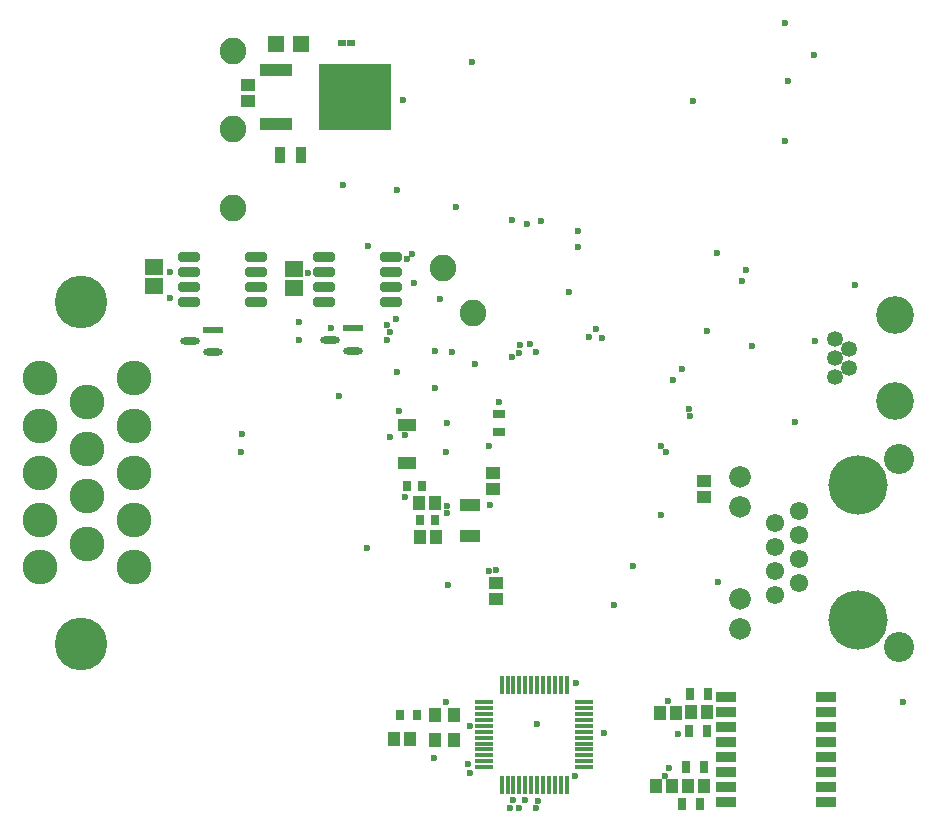
<source format=gbs>
G04*
G04 #@! TF.GenerationSoftware,Altium Limited,Altium Designer,23.5.1 (21)*
G04*
G04 Layer_Color=16711935*
%FSLAX25Y25*%
%MOIN*%
G70*
G04*
G04 #@! TF.SameCoordinates,80D67788-F2EE-4A8B-BDA7-D5AA6EA99E9C*
G04*
G04*
G04 #@! TF.FilePolarity,Negative*
G04*
G01*
G75*
%ADD19R,0.03937X0.02953*%
%ADD20R,0.02985X0.03197*%
%ADD57R,0.04134X0.04528*%
%ADD58R,0.04528X0.04134*%
%ADD68R,0.02756X0.02362*%
%ADD69R,0.05315X0.05315*%
%ADD70R,0.04724X0.04134*%
%ADD79C,0.11614*%
%ADD80C,0.17520*%
%ADD81C,0.08858*%
%ADD82C,0.06102*%
%ADD83C,0.07205*%
%ADD84C,0.10039*%
%ADD85C,0.19784*%
%ADD86C,0.12547*%
%ADD87C,0.05315*%
%ADD88C,0.02362*%
%ADD119R,0.02953X0.03937*%
%ADD123R,0.06528X0.04156*%
%ADD124R,0.05906X0.03937*%
G04:AMPARAMS|DCode=126|XSize=65.17mil|YSize=23.72mil|CornerRadius=11.86mil|HoleSize=0mil|Usage=FLASHONLY|Rotation=180.000|XOffset=0mil|YOffset=0mil|HoleType=Round|Shape=RoundedRectangle|*
%AMROUNDEDRECTD126*
21,1,0.06517,0.00000,0,0,180.0*
21,1,0.04145,0.02372,0,0,180.0*
1,1,0.02372,-0.02072,0.00000*
1,1,0.02372,0.02072,0.00000*
1,1,0.02372,0.02072,0.00000*
1,1,0.02372,-0.02072,0.00000*
%
%ADD126ROUNDEDRECTD126*%
%ADD127R,0.06517X0.02372*%
G04:AMPARAMS|DCode=129|XSize=242.13mil|YSize=218.5mil|CornerRadius=2.19mil|HoleSize=0mil|Usage=FLASHONLY|Rotation=0.000|XOffset=0mil|YOffset=0mil|HoleType=Round|Shape=RoundedRectangle|*
%AMROUNDEDRECTD129*
21,1,0.24213,0.21413,0,0,0.0*
21,1,0.23776,0.21850,0,0,0.0*
1,1,0.00437,0.11888,-0.10707*
1,1,0.00437,-0.11888,-0.10707*
1,1,0.00437,-0.11888,0.10707*
1,1,0.00437,0.11888,0.10707*
%
%ADD129ROUNDEDRECTD129*%
G04:AMPARAMS|DCode=130|XSize=108.27mil|YSize=39.37mil|CornerRadius=1.97mil|HoleSize=0mil|Usage=FLASHONLY|Rotation=0.000|XOffset=0mil|YOffset=0mil|HoleType=Round|Shape=RoundedRectangle|*
%AMROUNDEDRECTD130*
21,1,0.10827,0.03543,0,0,0.0*
21,1,0.10433,0.03937,0,0,0.0*
1,1,0.00394,0.05217,-0.01772*
1,1,0.00394,-0.05217,-0.01772*
1,1,0.00394,-0.05217,0.01772*
1,1,0.00394,0.05217,0.01772*
%
%ADD130ROUNDEDRECTD130*%
%ADD131R,0.03740X0.05512*%
%ADD132R,0.03150X0.03543*%
%ADD133R,0.04331X0.05118*%
%ADD135R,0.07087X0.03583*%
%ADD136R,0.01772X0.06398*%
%ADD137R,0.06398X0.01772*%
G04:AMPARAMS|DCode=138|XSize=31.5mil|YSize=70.87mil|CornerRadius=4.87mil|HoleSize=0mil|Usage=FLASHONLY|Rotation=270.000|XOffset=0mil|YOffset=0mil|HoleType=Round|Shape=RoundedRectangle|*
%AMROUNDEDRECTD138*
21,1,0.03150,0.06112,0,0,270.0*
21,1,0.02175,0.07087,0,0,270.0*
1,1,0.00974,-0.03056,-0.01088*
1,1,0.00974,-0.03056,0.01088*
1,1,0.00974,0.03056,0.01088*
1,1,0.00974,0.03056,-0.01088*
%
%ADD138ROUNDEDRECTD138*%
%ADD139R,0.06299X0.05709*%
D19*
X264600Y360647D02*
D03*
Y366553D02*
D03*
D20*
X234032Y342600D02*
D03*
X238968D02*
D03*
X238332Y331300D02*
D03*
X243268D02*
D03*
D57*
X237900Y337000D02*
D03*
X243215D02*
D03*
X328643Y267300D02*
D03*
X333958D02*
D03*
X327542Y242600D02*
D03*
X332857D02*
D03*
X238142Y325800D02*
D03*
X243458D02*
D03*
X229743Y258500D02*
D03*
X235057D02*
D03*
X323458Y267100D02*
D03*
X318143D02*
D03*
X322358Y242700D02*
D03*
X317042D02*
D03*
D58*
X262600Y347158D02*
D03*
Y341843D02*
D03*
X180900Y476358D02*
D03*
Y471042D02*
D03*
X263500Y310457D02*
D03*
Y305142D02*
D03*
D68*
X215276Y490300D02*
D03*
X212324D02*
D03*
D69*
X190366Y490200D02*
D03*
X198634D02*
D03*
D70*
X332800Y344357D02*
D03*
Y339042D02*
D03*
D79*
X142996Y378592D02*
D03*
Y362844D02*
D03*
Y347096D02*
D03*
Y331348D02*
D03*
Y315600D02*
D03*
X127248Y370718D02*
D03*
Y354970D02*
D03*
Y339222D02*
D03*
Y323474D02*
D03*
X111500Y378592D02*
D03*
Y362844D02*
D03*
Y347096D02*
D03*
Y331348D02*
D03*
Y315600D02*
D03*
D80*
X125279Y404183D02*
D03*
Y290009D02*
D03*
D81*
X256000Y400500D02*
D03*
X246000Y415500D02*
D03*
X175800Y461700D02*
D03*
Y435500D02*
D03*
X175900Y487600D02*
D03*
D82*
X356508Y322384D02*
D03*
X364500Y318369D02*
D03*
Y310337D02*
D03*
X356508Y306321D02*
D03*
Y314353D02*
D03*
X364500Y326400D02*
D03*
X356508Y330416D02*
D03*
X364500Y334432D02*
D03*
D83*
X344815Y345853D02*
D03*
Y304900D02*
D03*
Y294900D02*
D03*
Y335853D02*
D03*
D84*
X397807Y351636D02*
D03*
Y289117D02*
D03*
D85*
X384185Y297876D02*
D03*
Y342876D02*
D03*
D86*
X396458Y370880D02*
D03*
Y399621D02*
D03*
D87*
X376576Y391550D02*
D03*
X381300Y388400D02*
D03*
X376576Y385250D02*
D03*
X381300Y382101D02*
D03*
X376576Y378951D02*
D03*
D88*
X359900Y496900D02*
D03*
X369600Y486300D02*
D03*
X321400Y248800D02*
D03*
X243000Y252200D02*
D03*
X246900Y354100D02*
D03*
X324100Y260000D02*
D03*
X261200Y355900D02*
D03*
X256623Y383233D02*
D03*
X318514Y355900D02*
D03*
X263560Y314815D02*
D03*
X261300Y314400D02*
D03*
X154800Y414100D02*
D03*
X233800Y418400D02*
D03*
X201000Y413800D02*
D03*
X228400Y358900D02*
D03*
X233300Y359545D02*
D03*
X233400Y338900D02*
D03*
X247300Y363700D02*
D03*
X268200Y235486D02*
D03*
X276800D02*
D03*
X271400D02*
D03*
X369800Y391200D02*
D03*
X255628Y484100D02*
D03*
X232693Y471250D02*
D03*
X235600Y420200D02*
D03*
X321000Y271000D02*
D03*
X320050Y246127D02*
D03*
X289900Y246100D02*
D03*
X254136Y249910D02*
D03*
X254800Y247200D02*
D03*
X299700Y260500D02*
D03*
X246951Y270627D02*
D03*
X208500Y395500D02*
D03*
X179090Y359914D02*
D03*
X328400Y366100D02*
D03*
X327770Y368430D02*
D03*
X337600Y310800D02*
D03*
X261561Y336500D02*
D03*
X247454Y309700D02*
D03*
X264550Y370650D02*
D03*
X269300Y238000D02*
D03*
X273361Y238039D02*
D03*
X277500Y237800D02*
D03*
X254973Y262679D02*
D03*
X303000Y302900D02*
D03*
X290400Y277100D02*
D03*
X247414Y333800D02*
D03*
X247400Y336100D02*
D03*
X309300Y315900D02*
D03*
X290800Y422400D02*
D03*
X290900Y427700D02*
D03*
X243123Y375533D02*
D03*
X230723Y380833D02*
D03*
X277200Y263500D02*
D03*
X363400Y364200D02*
D03*
X320200Y354000D02*
D03*
X322600Y378200D02*
D03*
X318700Y333100D02*
D03*
X227100Y396500D02*
D03*
X228200Y393900D02*
D03*
X220700Y321900D02*
D03*
X231324Y367776D02*
D03*
X271400Y387100D02*
D03*
X245000Y405200D02*
D03*
X348800Y389500D02*
D03*
X346800Y414800D02*
D03*
X345500Y410900D02*
D03*
X325700Y381800D02*
D03*
X360000Y457800D02*
D03*
X383300Y409800D02*
D03*
X211400Y372700D02*
D03*
X178700Y354000D02*
D03*
X243200Y387700D02*
D03*
X227100Y391400D02*
D03*
X230300Y398500D02*
D03*
X248800Y387300D02*
D03*
X269000Y385700D02*
D03*
X271700Y389800D02*
D03*
X236100Y410500D02*
D03*
X278508Y431108D02*
D03*
X250417Y435650D02*
D03*
X221000Y422814D02*
D03*
X337427Y420500D02*
D03*
X360862Y477638D02*
D03*
X334000Y394500D02*
D03*
X329142Y470984D02*
D03*
X399100Y270700D02*
D03*
X198000Y391500D02*
D03*
X212500Y443000D02*
D03*
X230500Y441500D02*
D03*
X198000Y397500D02*
D03*
X155000Y405500D02*
D03*
X277000Y387500D02*
D03*
X275000Y390000D02*
D03*
X294528Y392500D02*
D03*
X297000Y395000D02*
D03*
X299000Y392000D02*
D03*
X288000Y407500D02*
D03*
X274000Y430000D02*
D03*
X269000Y431500D02*
D03*
D119*
X332953Y248900D02*
D03*
X327047D02*
D03*
X325547Y236800D02*
D03*
X331453D02*
D03*
X327947Y260900D02*
D03*
X333853D02*
D03*
X328347Y273300D02*
D03*
X334253D02*
D03*
D123*
X255000Y326177D02*
D03*
Y336423D02*
D03*
D124*
X233900Y350301D02*
D03*
Y362899D02*
D03*
D126*
X208159Y391500D02*
D03*
X215841Y387760D02*
D03*
X161660Y391000D02*
D03*
X169341Y387260D02*
D03*
D127*
X215841Y395240D02*
D03*
X169341Y394740D02*
D03*
D129*
X216500Y472500D02*
D03*
D130*
X190122Y481516D02*
D03*
Y463484D02*
D03*
D131*
X198742Y453200D02*
D03*
X191458D02*
D03*
D132*
X231447Y266300D02*
D03*
X237353D02*
D03*
D133*
X249648Y258166D02*
D03*
Y266434D02*
D03*
X243152D02*
D03*
Y258166D02*
D03*
D135*
X340248Y237300D02*
D03*
X373752D02*
D03*
X340248Y242300D02*
D03*
Y247300D02*
D03*
Y252300D02*
D03*
Y257300D02*
D03*
Y262300D02*
D03*
Y267300D02*
D03*
Y272300D02*
D03*
X373752Y242300D02*
D03*
Y247300D02*
D03*
Y252300D02*
D03*
Y257300D02*
D03*
Y262300D02*
D03*
Y267300D02*
D03*
Y272300D02*
D03*
D136*
X287127Y276485D02*
D03*
X285158D02*
D03*
X283190D02*
D03*
X281221D02*
D03*
X279253D02*
D03*
X277284D02*
D03*
X275316D02*
D03*
X273347D02*
D03*
X271379D02*
D03*
X269410D02*
D03*
X267442D02*
D03*
X265473D02*
D03*
Y243115D02*
D03*
X267442D02*
D03*
X269410D02*
D03*
X271379D02*
D03*
X273347D02*
D03*
X275316D02*
D03*
X277284D02*
D03*
X279253D02*
D03*
X281221D02*
D03*
X283190D02*
D03*
X285158D02*
D03*
X287127D02*
D03*
D137*
X259615Y270627D02*
D03*
Y268658D02*
D03*
Y266690D02*
D03*
Y264721D02*
D03*
Y262753D02*
D03*
Y260784D02*
D03*
Y258816D02*
D03*
Y256847D02*
D03*
Y254879D02*
D03*
Y252910D02*
D03*
Y250942D02*
D03*
Y248973D02*
D03*
X292985D02*
D03*
Y250942D02*
D03*
Y252910D02*
D03*
Y254879D02*
D03*
Y256847D02*
D03*
Y258816D02*
D03*
Y260784D02*
D03*
Y262753D02*
D03*
Y264721D02*
D03*
Y266690D02*
D03*
Y268658D02*
D03*
Y270627D02*
D03*
D138*
X161378Y404000D02*
D03*
Y409000D02*
D03*
Y414000D02*
D03*
Y419000D02*
D03*
X183622Y404000D02*
D03*
Y409000D02*
D03*
Y414000D02*
D03*
Y419000D02*
D03*
X228622D02*
D03*
Y414000D02*
D03*
Y409000D02*
D03*
Y404000D02*
D03*
X206378Y419000D02*
D03*
Y414000D02*
D03*
Y409000D02*
D03*
Y404000D02*
D03*
D139*
X149500Y415600D02*
D03*
Y409301D02*
D03*
X196200Y408650D02*
D03*
Y414950D02*
D03*
M02*

</source>
